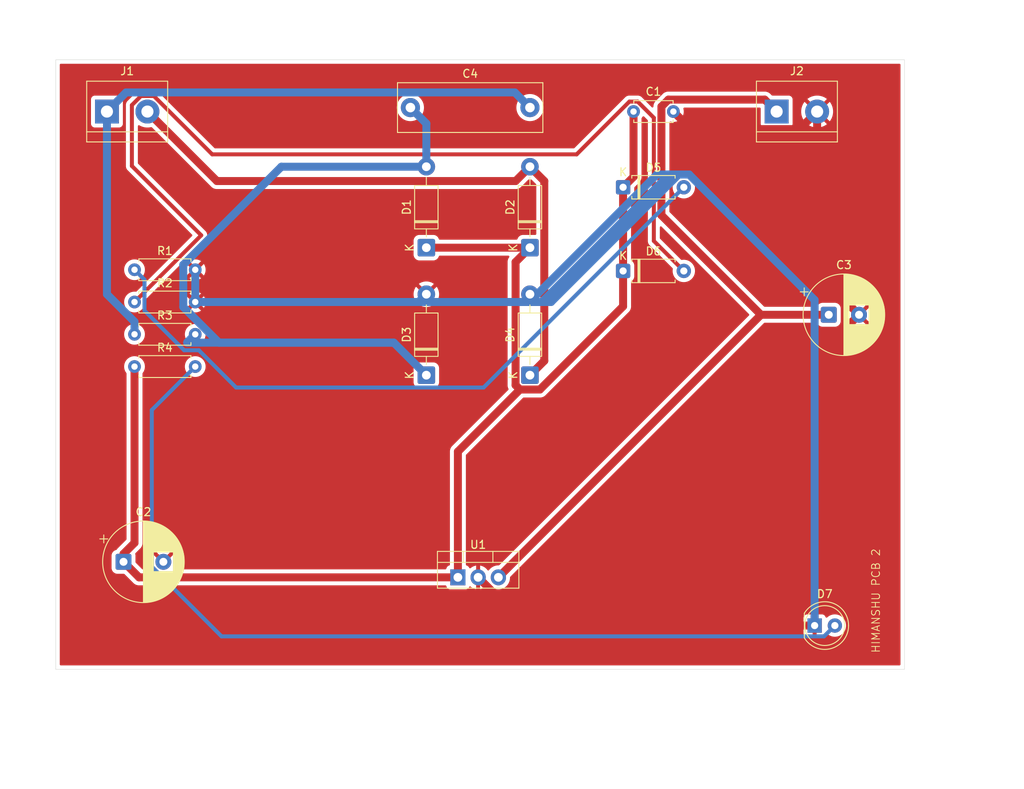
<source format=kicad_pcb>
(kicad_pcb (version 20241229) (generator "pcbnew") (generator_version "9.0")
  (layers (0 "F.Cu" signal) (2 "B.Cu" signal) (13 "F.Paste" user) (15 "B.Paste" user) (5 "F.SilkS" user "F.Silkscreen") (7 "B.SilkS" user "B.Silkscreen") (1 "F.Mask" user) (3 "B.Mask" user) (25 "Edge.Cuts" user))
  (net 0 "")
  (net 1 "GND")
  (net 2 "Net-(D1-K)")
  (net 3 "/+5V")
  (net 4 "Net-(J1-Pin_1)")
  (net 5 "Net-(D1-A)")
  (net 6 "Net-(D2-A)")
  (net 7 "Net-(D5-A)")
  (net 8 "Net-(D6-A)")
  (net 9 "Net-(D7-A)")
  (footprint "Capacitor_THT:CP_Radial_D10.0mm_P3.80mm" (layer "F.Cu") (at 186.5 64.5)
    (property "Reference" "C3" (at 1.9 -6.25 0) (layer "F.SilkS"))
    (property "Value" "470uf")
    (pad "1" thru_hole roundrect (at 0 0) (size 2 2) (drill 1) (layers "*.Cu" "*.Mask") (roundrect_rratio 0.125) (net 3 "/+5V"))
    (pad "2" thru_hole circle (at 3.8 0) (size 2 2) (drill 1) (layers "*.Cu" "*.Mask") (net 1 "GND"))
  )
  (footprint "Diode_THT:D_DO-41_SOD81_P10.16mm_Horizontal" (layer "F.Cu") (at 149 56.08 90)
    (property "Reference" "D2" (at 5.08 -2.47 90) (layer "F.SilkS"))
    (property "Value" "1N4007")
    (fp_text user "K" (at 0 -2.1 90) (layer "F.SilkS"))
    (pad "1" thru_hole roundrect (at 0 0 90) (size 2.2 2.2) (drill 1.1) (layers "*.Cu" "*.Mask") (roundrect_rratio 0.113636) (net 2 "Net-(D1-K)"))
    (pad "2" thru_hole circle (at 10.16 0 90) (size 2.2 2.2) (drill 1.1) (layers "*.Cu" "*.Mask") (net 6 "Net-(D2-A)"))
  )
  (footprint "LED_THT:LED_D5.0mm" (layer "F.Cu") (at 184.725 103.5)
    (property "Reference" "D7" (at 1.27 -3.96 0) (layer "F.SilkS"))
    (property "Value" "LED")
    (pad "1" thru_hole rect (at 0 0) (size 1.8 1.8) (drill 0.9) (layers "*.Cu" "*.Mask") (net 1 "GND"))
    (pad "2" thru_hole circle (at 2.54 0) (size 1.8 1.8) (drill 0.9) (layers "*.Cu" "*.Mask") (net 9 "Net-(D7-A)"))
  )
  (footprint "Resistor_THT:R_Axial_DIN0207_L6.3mm_D2.5mm_P7.62mm_Horizontal" (layer "F.Cu") (at 99.38 58.85)
    (property "Reference" "R1" (at 3.81 -2.37 0) (layer "F.SilkS"))
    (property "Value" "20K")
    (pad "1" thru_hole circle (at 0 0) (size 1.6 1.6) (drill 0.8) (layers "*.Cu" "*.Mask") (net 7 "Net-(D5-A)"))
    (pad "2" thru_hole circle (at 7.62 0) (size 1.6 1.6) (drill 0.8) (layers "*.Cu" "*.Mask") (net 1 "GND"))
  )
  (footprint "Diode_THT:D_DO-41_SOD81_P10.16mm_Horizontal" (layer "F.Cu") (at 136 72.08 90)
    (property "Reference" "D3" (at 5.08 -2.47 90) (layer "F.SilkS"))
    (property "Value" "1N4007")
    (fp_text user "K" (at 0 -2.1 90) (layer "F.SilkS"))
    (pad "1" thru_hole roundrect (at 0 0 90) (size 2.2 2.2) (drill 1.1) (layers "*.Cu" "*.Mask") (roundrect_rratio 0.113636) (net 5 "Net-(D1-A)"))
    (pad "2" thru_hole circle (at 10.16 0 90) (size 2.2 2.2) (drill 1.1) (layers "*.Cu" "*.Mask") (net 1 "GND"))
  )
  (footprint "Diode_THT:D_A-405_P7.62mm_Horizontal" (layer "F.Cu") (at 160.69 48.5)
    (property "Reference" "D5" (at 3.81 -2.47 0) (layer "F.SilkS"))
    (property "Value" "D_Zener")
    (fp_text user "K" (at 0 -1.9 0) (layer "F.SilkS"))
    (pad "1" thru_hole roundrect (at 0 0) (size 1.8 1.8) (drill 0.9) (layers "*.Cu" "*.Mask") (roundrect_rratio 0.138889) (net 2 "Net-(D1-K)"))
    (pad "2" thru_hole circle (at 7.62 0) (size 1.8 1.8) (drill 0.9) (layers "*.Cu" "*.Mask") (net 7 "Net-(D5-A)"))
  )
  (footprint "TerminalBlock:TerminalBlock_bornier-2_P5.08mm" (layer "F.Cu") (at 95.92 39)
    (property "Reference" "J1" (at 2.54 -5.08 0) (layer "F.SilkS"))
    (property "Value" "Screw_Terminal_01x02")
    (pad "1" thru_hole rect (at 0 0) (size 3 3) (drill 1.52) (layers "*.Cu" "*.Mask") (net 4 "Net-(J1-Pin_1)"))
    (pad "2" thru_hole circle (at 5.08 0) (size 3 3) (drill 1.52) (layers "*.Cu" "*.Mask") (net 6 "Net-(D2-A)"))
  )
  (footprint "Diode_THT:D_A-405_P7.62mm_Horizontal" (layer "F.Cu") (at 160.69 59)
    (property "Reference" "D6" (at 3.81 -2.47 0) (layer "F.SilkS"))
    (property "Value" "D_Zener")
    (fp_text user "K" (at 0 -1.9 0) (layer "F.SilkS"))
    (pad "1" thru_hole roundrect (at 0 0) (size 1.8 1.8) (drill 0.9) (layers "*.Cu" "*.Mask") (roundrect_rratio 0.138889) (net 2 "Net-(D1-K)"))
    (pad "2" thru_hole circle (at 7.62 0) (size 1.8 1.8) (drill 0.9) (layers "*.Cu" "*.Mask") (net 8 "Net-(D6-A)"))
  )
  (footprint "Diode_THT:D_DO-41_SOD81_P10.16mm_Horizontal" (layer "F.Cu") (at 136 56.08 90)
    (property "Reference" "D1" (at 5.08 -2.47 90) (layer "F.SilkS"))
    (property "Value" "1N4007")
    (fp_text user "K" (at 0 -2.1 90) (layer "F.SilkS"))
    (pad "1" thru_hole roundrect (at 0 0 90) (size 2.2 2.2) (drill 1.1) (layers "*.Cu" "*.Mask") (roundrect_rratio 0.113636) (net 2 "Net-(D1-K)"))
    (pad "2" thru_hole circle (at 10.16 0 90) (size 2.2 2.2) (drill 1.1) (layers "*.Cu" "*.Mask") (net 5 "Net-(D1-A)"))
  )
  (footprint "TerminalBlock:TerminalBlock_bornier-2_P5.08mm" (layer "F.Cu") (at 179.96 39)
    (property "Reference" "J2" (at 2.54 -5.08 0) (layer "F.SilkS"))
    (property "Value" "Screw_Terminal_01x02")
    (pad "1" thru_hole rect (at 0 0) (size 3 3) (drill 1.52) (layers "*.Cu" "*.Mask") (net 3 "/+5V"))
    (pad "2" thru_hole circle (at 5.08 0) (size 3 3) (drill 1.52) (layers "*.Cu" "*.Mask") (net 1 "GND"))
  )
  (footprint "Capacitor_THT:C_Disc_D4.7mm_W2.5mm_P5.00mm" (layer "F.Cu") (at 162 39)
    (property "Reference" "C1" (at 2.5 -2.5 0) (layer "F.SilkS"))
    (property "Value" "0.1uf")
    (pad "1" thru_hole circle (at 0 0) (size 1.6 1.6) (drill 0.8) (layers "*.Cu" "*.Mask") (net 2 "Net-(D1-K)"))
    (pad "2" thru_hole circle (at 5 0) (size 1.6 1.6) (drill 0.8) (layers "*.Cu" "*.Mask") (net 1 "GND"))
  )
  (footprint "Package_TO_SOT_THT:TO-220-3_Vertical" (layer "F.Cu") (at 139.96 97.45)
    (property "Reference" "U1" (at 2.54 -4.1 0) (layer "F.SilkS"))
    (property "Value" "L7805")
    (pad "1" thru_hole rect (at 0 0) (size 1.905 2) (drill 1.1) (layers "*.Cu" "*.Mask") (net 2 "Net-(D1-K)"))
    (pad "2" thru_hole oval (at 2.54 0) (size 1.905 2) (drill 1.1) (layers "*.Cu" "*.Mask") (net 1 "GND"))
    (pad "3" thru_hole oval (at 5.08 0) (size 1.905 2) (drill 1.1) (layers "*.Cu" "*.Mask") (net 3 "/+5V"))
  )
  (footprint "Diode_THT:D_DO-41_SOD81_P10.16mm_Horizontal" (layer "F.Cu") (at 149 72.08 90)
    (property "Reference" "D4" (at 5.08 -2.47 90) (layer "F.SilkS"))
    (property "Value" "1N4007")
    (fp_text user "K" (at 0 -2.1 90) (layer "F.SilkS"))
    (pad "1" thru_hole roundrect (at 0 0 90) (size 2.2 2.2) (drill 1.1) (layers "*.Cu" "*.Mask") (roundrect_rratio 0.113636) (net 6 "Net-(D2-A)"))
    (pad "2" thru_hole circle (at 10.16 0 90) (size 2.2 2.2) (drill 1.1) (layers "*.Cu" "*.Mask") (net 1 "GND"))
  )
  (footprint "Resistor_THT:R_Axial_DIN0207_L6.3mm_D2.5mm_P7.62mm_Horizontal" (layer "F.Cu") (at 99.38 71)
    (property "Reference" "R4" (at 3.81 -2.37 0) (layer "F.SilkS"))
    (property "Value" "2.2K")
    (pad "1" thru_hole circle (at 0 0) (size 1.6 1.6) (drill 0.8) (layers "*.Cu" "*.Mask") (net 2 "Net-(D1-K)"))
    (pad "2" thru_hole circle (at 7.62 0) (size 1.6 1.6) (drill 0.8) (layers "*.Cu" "*.Mask") (net 9 "Net-(D7-A)"))
  )
  (footprint "Resistor_THT:R_Axial_DIN0207_L6.3mm_D2.5mm_P7.62mm_Horizontal" (layer "F.Cu") (at 99.38 66.95)
    (property "Reference" "R3" (at 3.81 -2.37 0) (layer "F.SilkS"))
    (property "Value" "1M")
    (pad "1" thru_hole circle (at 0 0) (size 1.6 1.6) (drill 0.8) (layers "*.Cu" "*.Mask") (net 4 "Net-(J1-Pin_1)"))
    (pad "2" thru_hole circle (at 7.62 0) (size 1.6 1.6) (drill 0.8) (layers "*.Cu" "*.Mask") (net 5 "Net-(D1-A)"))
  )
  (footprint "Capacitor_THT:CP_Radial_D10.0mm_P5.00mm" (layer "F.Cu") (at 98 95.5)
    (property "Reference" "C2" (at 2.5 -6.25 0) (layer "F.SilkS"))
    (property "Value" "1000uf")
    (pad "1" thru_hole roundrect (at 0 0) (size 2 2) (drill 1) (layers "*.Cu" "*.Mask") (roundrect_rratio 0.125) (net 2 "Net-(D1-K)"))
    (pad "2" thru_hole circle (at 5 0) (size 2 2) (drill 1) (layers "*.Cu" "*.Mask") (net 1 "GND"))
  )
  (footprint "Capacitor_THT:C_Rect_L18.0mm_W6.0mm_P15.00mm_FKS3_FKP3" (layer "F.Cu") (at 134 38.5)
    (property "Reference" "C4" (at 7.5 -4.25 0) (layer "F.SilkS"))
    (property "Value" "225K/2.2uf")
    (pad "1" thru_hole circle (at 0 0) (size 2.4 2.4) (drill 1.2) (layers "*.Cu" "*.Mask") (net 5 "Net-(D1-A)"))
    (pad "2" thru_hole circle (at 15 0) (size 2.4 2.4) (drill 1.2) (layers "*.Cu" "*.Mask") (net 4 "Net-(J1-Pin_1)"))
  )
  (footprint "Resistor_THT:R_Axial_DIN0207_L6.3mm_D2.5mm_P7.62mm_Horizontal" (layer "F.Cu") (at 99.38 62.9)
    (property "Reference" "R2" (at 3.81 -2.37 0) (layer "F.SilkS"))
    (property "Value" "20K")
    (pad "1" thru_hole circle (at 0 0) (size 1.6 1.6) (drill 0.8) (layers "*.Cu" "*.Mask") (net 8 "Net-(D6-A)"))
    (pad "2" thru_hole circle (at 7.62 0) (size 1.6 1.6) (drill 0.8) (layers "*.Cu" "*.Mask") (net 1 "GND"))
  )
  (gr_rect (start 89.5 32.5) (end 196 109) (stroke (width 0.05)) (fill no) (layer "Edge.Cuts"))
  (gr_text "HIMANSHU PCB 2\n" (at 193 107 90) (layer "F.SilkS") (effects (font (size 1 1) (thickness 0.1)) (justify left bottom)))
  (segment (start 148.55 103.5) (end 184.725 103.5) (width 1) (layer "F.Cu") (net 1))
  (segment (start 142.5 97.45) (end 148.55 103.5) (width 1) (layer "F.Cu") (net 1))
  (segment (start 184.725 70.075) (end 190.3 64.5) (width 1) (layer "F.Cu") (net 1))
  (segment (start 182.839 41.201) (end 185.04 39) (width 1) (layer "F.Cu") (net 1))
  (segment (start 185.04 59.24) (end 190.3 64.5) (width 1) (layer "F.Cu") (net 1))
  (segment (start 185.04 39) (end 185.04 59.24) (width 1) (layer "F.Cu") (net 1))
  (segment (start 184.725 103.5) (end 184.725 70.075) (width 1) (layer "F.Cu") (net 1))
  (segment (start 169.201 41.201) (end 182.839 41.201) (width 1) (layer "F.Cu") (net 1))
  (segment (start 167 39) (end 169.201 41.201) (width 1) (layer "F.Cu") (net 1))
  (segment (start 107 62.9) (end 150.5 62.9) (width 1) (layer "B.Cu") (net 1))
  (segment (start 164.942844 46.899) (end 149.921844 61.92) (width 1) (layer "B.Cu") (net 1))
  (segment (start 149.921844 61.92) (end 149 61.92) (width 1) (layer "B.Cu") (net 1))
  (segment (start 107 62.9) (end 151.645844 62.9) (width 1) (layer "B.Cu") (net 1))
  (segment (start 135.02 62.9) (end 136 61.92) (width 1) (layer "B.Cu") (net 1))
  (segment (start 107 58.85) (end 107 62.9) (width 1) (layer "B.Cu") (net 1))
  (segment (start 168.973156 46.899) (end 166.501 46.899) (width 1) (layer "B.Cu") (net 1))
  (segment (start 168.973156 46.899) (end 164.942844 46.899) (width 1) (layer "B.Cu") (net 1))
  (segment (start 167.646844 46.899) (end 168.973156 46.899) (width 1) (layer "B.Cu") (net 1))
  (segment (start 184.725 103.5) (end 184.725 62.650844) (width 1) (layer "B.Cu") (net 1))
  (segment (start 107 62.9) (end 135.02 62.9) (width 1) (layer "B.Cu") (net 1))
  (segment (start 107 62.9) (end 149.1 62.9) (width 1) (layer "B.Cu") (net 1))
  (segment (start 166.501 46.899) (end 150.5 62.9) (width 1) (layer "B.Cu") (net 1))
  (segment (start 151.645844 62.9) (end 167.646844 46.899) (width 1) (layer "B.Cu") (net 1))
  (segment (start 184.725 62.650844) (end 168.973156 46.899) (width 1) (layer "B.Cu") (net 1))
  (segment (start 99.95 97.45) (end 98 95.5) (width 1) (layer "F.Cu") (net 2))
  (segment (start 98 94.5) (end 99.38 93.12) (width 1) (layer "F.Cu") (net 2))
  (segment (start 139.96 97.45) (end 99.95 97.45) (width 1) (layer "F.Cu") (net 2))
  (segment (start 147.199 57.881) (end 149 56.08) (width 1) (layer "F.Cu") (net 2))
  (segment (start 98 95.5) (end 98 94.5) (width 1) (layer "F.Cu") (net 2))
  (segment (start 150.250844 73.881) (end 147.749156 73.881) (width 1) (layer "F.Cu") (net 2))
  (segment (start 162 47.19) (end 160.69 48.5) (width 1) (layer "F.Cu") (net 2))
  (segment (start 162 39) (end 162 47.19) (width 1) (layer "F.Cu") (net 2))
  (segment (start 99.38 93.12) (end 99.38 71) (width 1) (layer "F.Cu") (net 2))
  (segment (start 147.749156 73.881) (end 147.199 73.330844) (width 1) (layer "F.Cu") (net 2))
  (segment (start 149 56.08) (end 136 56.08) (width 1) (layer "F.Cu") (net 2))
  (segment (start 139.96 97.45) (end 139.96 81.670156) (width 1) (layer "F.Cu") (net 2))
  (segment (start 139.96 81.670156) (end 147.749156 73.881) (width 1) (layer "F.Cu") (net 2))
  (segment (start 160.69 63.441844) (end 150.250844 73.881) (width 1) (layer "F.Cu") (net 2))
  (segment (start 160.69 48.5) (end 160.69 63.441844) (width 1) (layer "F.Cu") (net 2))
  (segment (start 147.199 73.330844) (end 147.199 57.881) (width 1) (layer "F.Cu") (net 2))
  (segment (start 179.96 39) (end 178.459 37.499) (width 1) (layer "F.Cu") (net 3))
  (segment (start 165.499 38.378265) (end 165.499 52.009) (width 1) (layer "F.Cu") (net 3))
  (segment (start 166.378265 37.499) (end 165.499 38.378265) (width 1) (layer "F.Cu") (net 3))
  (segment (start 165.499 52.009) (end 177.99 64.5) (width 1) (layer "F.Cu") (net 3))
  (segment (start 177.99 64.5) (end 145.04 97.45) (width 1) (layer "F.Cu") (net 3))
  (segment (start 186.5 64.5) (end 177.99 64.5) (width 1) (layer "F.Cu") (net 3))
  (segment (start 178.459 37.499) (end 166.378265 37.499) (width 1) (layer "F.Cu") (net 3))
  (segment (start 95.92 61.92) (end 99.38 65.38) (width 1) (layer "B.Cu") (net 4))
  (segment (start 99.38 65.38) (end 99.38 66.95) (width 1) (layer "B.Cu") (net 4))
  (segment (start 95.92 39) (end 95.92 61.92) (width 1) (layer "B.Cu") (net 4))
  (segment (start 98.321 36.599) (end 147.099 36.599) (width 1) (layer "B.Cu") (net 4))
  (segment (start 147.099 36.599) (end 149 38.5) (width 1) (layer "B.Cu") (net 4))
  (segment (start 95.92 39) (end 98.321 36.599) (width 1) (layer "B.Cu") (net 4))
  (segment (start 117.807265 45.92) (end 105.499 58.228265) (width 1) (layer "B.Cu") (net 5))
  (segment (start 109.977265 68) (end 131.92 68) (width 1) (layer "B.Cu") (net 5))
  (segment (start 106 67.95) (end 107 66.95) (width 1) (layer "B.Cu") (net 5))
  (segment (start 136 40.5) (end 134 38.5) (width 1) (layer "B.Cu") (net 5))
  (segment (start 136 45.92) (end 117.807265 45.92) (width 1) (layer "B.Cu") (net 5))
  (segment (start 136 72.08) (end 131.92 68) (width 1) (layer "B.Cu") (net 5))
  (segment (start 105.499 63.521735) (end 109.977265 68) (width 1) (layer "B.Cu") (net 5))
  (segment (start 106 68) (end 106 67.95) (width 1) (layer "B.Cu") (net 5))
  (segment (start 105.499 58.228265) (end 105.499 63.521735) (width 1) (layer "B.Cu") (net 5))
  (segment (start 131.92 68) (end 106 68) (width 1) (layer "B.Cu") (net 5))
  (segment (start 136 45.92) (end 136 40.5) (width 1) (layer "B.Cu") (net 5))
  (segment (start 101 39) (end 109.721 47.721) (width 1) (layer "F.Cu") (net 6))
  (segment (start 150.801 47.721) (end 150.801 70.279) (width 1) (layer "F.Cu") (net 6))
  (segment (start 150.801 70.279) (end 149 72.08) (width 1) (layer "F.Cu") (net 6))
  (segment (start 109.721 47.721) (end 147.199 47.721) (width 1) (layer "F.Cu") (net 6))
  (segment (start 149 45.92) (end 150.801 47.721) (width 1) (layer "F.Cu") (net 6))
  (segment (start 147.199 47.721) (end 149 45.92) (width 1) (layer "F.Cu") (net 6))
  (segment (start 100.631 63.975917) (end 100.631 60.101) (width 0.5) (layer "B.Cu") (net 7))
  (segment (start 100.631 60.101) (end 99.38 58.85) (width 0.5) (layer "B.Cu") (net 7))
  (segment (start 143.179 73.631) (end 112.131 73.631) (width 0.5) (layer "B.Cu") (net 7))
  (segment (start 105.606083 68.951) (end 100.631 63.975917) (width 0.5) (layer "B.Cu") (net 7))
  (segment (start 107.451 68.951) (end 105.606083 68.951) (width 0.5) (layer "B.Cu") (net 7))
  (segment (start 112.131 73.631) (end 107.451 68.951) (width 0.5) (layer "B.Cu") (net 7))
  (segment (start 168.31 48.5) (end 143.179 73.631) (width 0.5) (layer "B.Cu") (net 7))
  (segment (start 162.518182 37.749) (end 164.548 39.778818) (width 0.5) (layer "F.Cu") (net 8))
  (segment (start 99.38 62.9) (end 107.751 54.529) (width 0.5) (layer "F.Cu") (net 8))
  (segment (start 101.808131 37.049) (end 109.128131 44.369) (width 0.5) (layer "F.Cu") (net 8))
  (segment (start 99.049 45.827) (end 99.049 38.191869) (width 0.5) (layer "F.Cu") (net 8))
  (segment (start 99.049 38.191869) (end 100.191869 37.049) (width 0.5) (layer "F.Cu") (net 8))
  (segment (start 164.548 39.778818) (end 164.548 55.238) (width 0.5) (layer "F.Cu") (net 8))
  (segment (start 107.751 54.529) (end 99.049 45.827) (width 0.5) (layer "F.Cu") (net 8))
  (segment (start 164.548 55.238) (end 168.31 59) (width 0.5) (layer "F.Cu") (net 8))
  (segment (start 100.191869 37.049) (end 101.808131 37.049) (width 0.5) (layer "F.Cu") (net 8))
  (segment (start 154.861818 44.369) (end 161.481818 37.749) (width 0.5) (layer "F.Cu") (net 8))
  (segment (start 161.481818 37.749) (end 162.518182 37.749) (width 0.5) (layer "F.Cu") (net 8))
  (segment (start 109.128131 44.369) (end 154.861818 44.369) (width 0.5) (layer "F.Cu") (net 8))
  (segment (start 107 71) (end 101.549 76.451) (width 0.5) (layer "B.Cu") (net 9))
  (segment (start 101.549 96.101024) (end 110.298976 104.851) (width 0.5) (layer "B.Cu") (net 9))
  (segment (start 101.549 76.451) (end 101.549 96.101024) (width 0.5) (layer "B.Cu") (net 9))
  (segment (start 110.298976 104.851) (end 185.914 104.851) (width 0.5) (layer "B.Cu") (net 9))
  (segment (start 185.914 104.851) (end 187.265 103.5) (width 0.5) (layer "B.Cu") (net 9))
  (zone (net 1) (net_name "GND") (layer "F.Cu") (connect_pads (clearance 0.5)) (min_thickness 0.25) (fill yes (thermal_gap 0.5) (thermal_bridge_width 0.5))
    (polygon (pts (xy 83 26.5) (xy 82.5 123.5) (xy 210.5 124) (xy 211 26.5) (xy 83.5 25)))
  )
)
</source>
